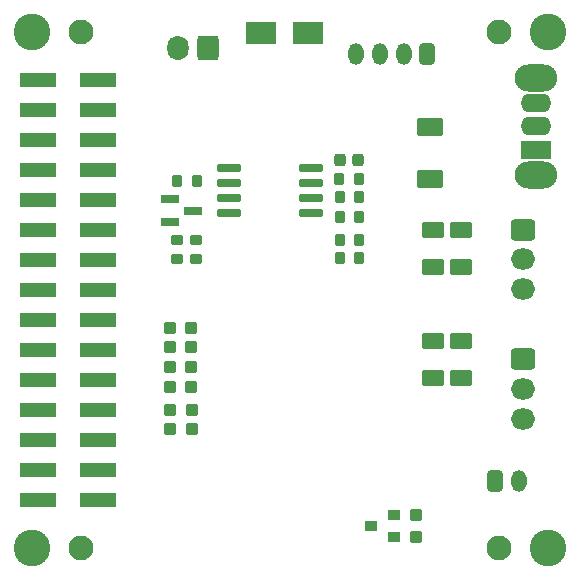
<source format=gbr>
%TF.GenerationSoftware,KiCad,Pcbnew,7.0.7-7.0.7~ubuntu23.04.1*%
%TF.CreationDate,2023-09-19T04:43:30+00:00*%
%TF.ProjectId,m5-pantilt,6d352d70-616e-4746-996c-742e6b696361,1*%
%TF.SameCoordinates,Original*%
%TF.FileFunction,Soldermask,Top*%
%TF.FilePolarity,Negative*%
%FSLAX46Y46*%
G04 Gerber Fmt 4.6, Leading zero omitted, Abs format (unit mm)*
G04 Created by KiCad (PCBNEW 7.0.7-7.0.7~ubuntu23.04.1) date 2023-09-19 04:43:30*
%MOMM*%
%LPD*%
G01*
G04 APERTURE LIST*
G04 Aperture macros list*
%AMRoundRect*
0 Rectangle with rounded corners*
0 $1 Rounding radius*
0 $2 $3 $4 $5 $6 $7 $8 $9 X,Y pos of 4 corners*
0 Add a 4 corners polygon primitive as box body*
4,1,4,$2,$3,$4,$5,$6,$7,$8,$9,$2,$3,0*
0 Add four circle primitives for the rounded corners*
1,1,$1+$1,$2,$3*
1,1,$1+$1,$4,$5*
1,1,$1+$1,$6,$7*
1,1,$1+$1,$8,$9*
0 Add four rect primitives between the rounded corners*
20,1,$1+$1,$2,$3,$4,$5,0*
20,1,$1+$1,$4,$5,$6,$7,0*
20,1,$1+$1,$6,$7,$8,$9,0*
20,1,$1+$1,$8,$9,$2,$3,0*%
G04 Aperture macros list end*
%ADD10C,2.102000*%
%ADD11C,3.102000*%
%ADD12RoundRect,0.301000X0.350000X0.625000X-0.350000X0.625000X-0.350000X-0.625000X0.350000X-0.625000X0*%
%ADD13O,1.302000X1.852000*%
%ADD14RoundRect,0.301000X-0.350000X-0.625000X0.350000X-0.625000X0.350000X0.625000X-0.350000X0.625000X0*%
%ADD15RoundRect,0.288500X0.250000X0.237500X-0.250000X0.237500X-0.250000X-0.237500X0.250000X-0.237500X0*%
%ADD16RoundRect,0.301000X0.600000X0.750000X-0.600000X0.750000X-0.600000X-0.750000X0.600000X-0.750000X0*%
%ADD17O,1.802000X2.102000*%
%ADD18RoundRect,0.301000X0.650000X-0.412500X0.650000X0.412500X-0.650000X0.412500X-0.650000X-0.412500X0*%
%ADD19RoundRect,0.301000X-0.650000X0.412500X-0.650000X-0.412500X0.650000X-0.412500X0.650000X0.412500X0*%
%ADD20O,3.602000X2.302000*%
%ADD21RoundRect,0.051000X1.250000X-0.750000X1.250000X0.750000X-1.250000X0.750000X-1.250000X-0.750000X0*%
%ADD22O,2.602000X1.602000*%
%ADD23RoundRect,0.051000X0.450000X0.400000X-0.450000X0.400000X-0.450000X-0.400000X0.450000X-0.400000X0*%
%ADD24RoundRect,0.288500X0.237500X-0.250000X0.237500X0.250000X-0.237500X0.250000X-0.237500X-0.250000X0*%
%ADD25RoundRect,0.251000X-0.200000X-0.275000X0.200000X-0.275000X0.200000X0.275000X-0.200000X0.275000X0*%
%ADD26RoundRect,0.251000X0.200000X0.275000X-0.200000X0.275000X-0.200000X-0.275000X0.200000X-0.275000X0*%
%ADD27RoundRect,0.301000X-0.725000X0.600000X-0.725000X-0.600000X0.725000X-0.600000X0.725000X0.600000X0*%
%ADD28O,2.052000X1.802000*%
%ADD29RoundRect,0.276000X-0.225000X-0.250000X0.225000X-0.250000X0.225000X0.250000X-0.225000X0.250000X0*%
%ADD30RoundRect,0.051000X-1.500000X-0.500000X1.500000X-0.500000X1.500000X0.500000X-1.500000X0.500000X0*%
%ADD31RoundRect,0.051000X1.250000X0.900000X-1.250000X0.900000X-1.250000X-0.900000X1.250000X-0.900000X0*%
%ADD32RoundRect,0.201000X-0.587500X-0.150000X0.587500X-0.150000X0.587500X0.150000X-0.587500X0.150000X0*%
%ADD33RoundRect,0.201000X-0.800000X-0.150000X0.800000X-0.150000X0.800000X0.150000X-0.800000X0.150000X0*%
%ADD34RoundRect,0.251000X0.275000X-0.200000X0.275000X0.200000X-0.275000X0.200000X-0.275000X-0.200000X0*%
%ADD35RoundRect,0.251000X-0.275000X0.200000X-0.275000X-0.200000X0.275000X-0.200000X0.275000X0.200000X0*%
%ADD36RoundRect,0.051000X1.050000X-0.700000X1.050000X0.700000X-1.050000X0.700000X-1.050000X-0.700000X0*%
G04 APERTURE END LIST*
D10*
%TO.C,Hole3*%
X107300000Y-96850000D03*
D11*
X103150000Y-96850000D03*
%TD*%
D10*
%TO.C,Hole2*%
X142700000Y-96850000D03*
D11*
X146850000Y-96850000D03*
%TD*%
D10*
%TO.C,Hole1*%
X142700000Y-53150000D03*
D11*
X146850000Y-53150000D03*
%TD*%
D10*
%TO.C,Hole4*%
X107300000Y-53150000D03*
D11*
X103150000Y-53150000D03*
%TD*%
D12*
%TO.C,J6*%
X136600000Y-55000000D03*
D13*
X134600000Y-55000000D03*
X132600000Y-55000000D03*
X130600000Y-55000000D03*
%TD*%
D14*
%TO.C,J5*%
X142350000Y-91150000D03*
D13*
X144350000Y-91150000D03*
%TD*%
D15*
%TO.C,R3*%
X116612500Y-81500000D03*
X114787500Y-81500000D03*
%TD*%
%TO.C,R4*%
X116612500Y-83200000D03*
X114787500Y-83200000D03*
%TD*%
D16*
%TO.C,J7*%
X118000000Y-54525000D03*
D17*
X115500000Y-54525000D03*
%TD*%
D18*
%TO.C,C3*%
X139500000Y-73062500D03*
X139500000Y-69937500D03*
%TD*%
D19*
%TO.C,C4*%
X137114000Y-69937500D03*
X137114000Y-73062500D03*
%TD*%
%TO.C,C1*%
X137100000Y-79337500D03*
X137100000Y-82462500D03*
%TD*%
D20*
%TO.C,SW1*%
X145800000Y-65250000D03*
X145800000Y-57050000D03*
D21*
X145800000Y-63150000D03*
D22*
X145800000Y-61150000D03*
X145800000Y-59150000D03*
%TD*%
D23*
%TO.C,Q1*%
X133800000Y-95950000D03*
X133800000Y-94050000D03*
X131800000Y-95000000D03*
%TD*%
D24*
%TO.C,R5*%
X135636200Y-95908700D03*
X135636200Y-94083700D03*
%TD*%
D15*
%TO.C,R9*%
X116612500Y-78250000D03*
X114787500Y-78250000D03*
%TD*%
%TO.C,R10*%
X116662500Y-85150000D03*
X114837500Y-85150000D03*
%TD*%
%TO.C,R11*%
X116612500Y-79850000D03*
X114787500Y-79850000D03*
%TD*%
%TO.C,R12*%
X116662500Y-86750000D03*
X114837500Y-86750000D03*
%TD*%
D25*
%TO.C,R13*%
X129175000Y-72300000D03*
X130825000Y-72300000D03*
%TD*%
D26*
%TO.C,R14*%
X130825000Y-70800000D03*
X129175000Y-70800000D03*
%TD*%
D19*
%TO.C,C2*%
X139500000Y-79337500D03*
X139500000Y-82462500D03*
%TD*%
D27*
%TO.C,J3*%
X144700000Y-69900000D03*
D28*
X144700000Y-72400000D03*
X144700000Y-74900000D03*
%TD*%
D26*
%TO.C,R7*%
X117075000Y-65750000D03*
X115425000Y-65750000D03*
%TD*%
D27*
%TO.C,J8*%
X144700000Y-80900000D03*
D28*
X144700000Y-83400000D03*
X144700000Y-85900000D03*
%TD*%
D26*
%TO.C,R8*%
X130815000Y-65600000D03*
X129165000Y-65600000D03*
%TD*%
D29*
%TO.C,C5*%
X129225000Y-64000000D03*
X130775000Y-64000000D03*
%TD*%
D30*
%TO.C,J2*%
X108720000Y-57220000D03*
X103680000Y-57220000D03*
X108720000Y-59760000D03*
X103680000Y-59760000D03*
X108720000Y-62300000D03*
X103680000Y-62300000D03*
X108720000Y-64840000D03*
X103680000Y-64840000D03*
X108720000Y-67380000D03*
X103680000Y-67380000D03*
X108720000Y-69920000D03*
X103680000Y-69920000D03*
X108720000Y-72460000D03*
X103680000Y-72460000D03*
X108720000Y-75000000D03*
X103680000Y-75000000D03*
X108720000Y-77540000D03*
X103680000Y-77540000D03*
X108720000Y-80080000D03*
X103680000Y-80080000D03*
X108720000Y-82620000D03*
X103680000Y-82620000D03*
X108720000Y-85160000D03*
X103680000Y-85160000D03*
X108720000Y-87700000D03*
X103680000Y-87700000D03*
X108720000Y-90240000D03*
X103680000Y-90240000D03*
X108720000Y-92780000D03*
X103680000Y-92780000D03*
%TD*%
D31*
%TO.C,D1*%
X126500000Y-53250000D03*
X122500000Y-53250000D03*
%TD*%
D32*
%TO.C,Q2*%
X114862500Y-67350000D03*
X114862500Y-69250000D03*
X116737500Y-68300000D03*
%TD*%
D26*
%TO.C,R15*%
X130825000Y-68800000D03*
X129175000Y-68800000D03*
%TD*%
D33*
%TO.C,U1*%
X119800000Y-64695000D03*
X119800000Y-65965000D03*
X119800000Y-67235000D03*
X119800000Y-68505000D03*
X126800000Y-68505000D03*
X126800000Y-67235000D03*
X126800000Y-65965000D03*
X126800000Y-64695000D03*
%TD*%
D34*
%TO.C,R2*%
X117000000Y-72425000D03*
X117000000Y-70775000D03*
%TD*%
D26*
%TO.C,R6*%
X130825000Y-67140000D03*
X129175000Y-67140000D03*
%TD*%
D35*
%TO.C,R1*%
X115450000Y-70775000D03*
X115450000Y-72425000D03*
%TD*%
D36*
%TO.C,D2*%
X136830000Y-65624000D03*
X136830000Y-61224000D03*
%TD*%
M02*

</source>
